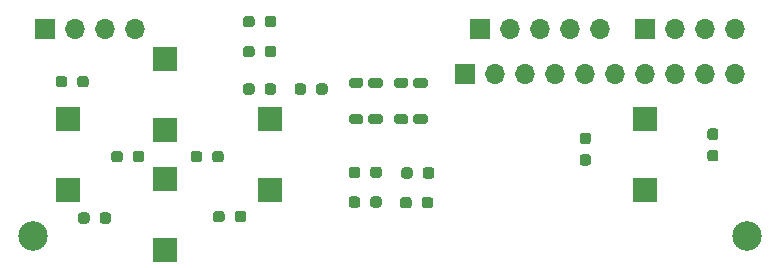
<source format=gbr>
%TF.GenerationSoftware,KiCad,Pcbnew,(5.1.9)-1*%
%TF.CreationDate,2021-11-21T17:51:24+01:00*%
%TF.ProjectId,MemoryBrakout,4d656d6f-7279-4427-9261-6b6f75742e6b,rev?*%
%TF.SameCoordinates,Original*%
%TF.FileFunction,Soldermask,Top*%
%TF.FilePolarity,Negative*%
%FSLAX46Y46*%
G04 Gerber Fmt 4.6, Leading zero omitted, Abs format (unit mm)*
G04 Created by KiCad (PCBNEW (5.1.9)-1) date 2021-11-21 17:51:24*
%MOMM*%
%LPD*%
G01*
G04 APERTURE LIST*
%ADD10R,1.700000X1.700000*%
%ADD11O,1.700000X1.700000*%
%ADD12R,2.000000X2.000000*%
%ADD13C,2.500000*%
G04 APERTURE END LIST*
D10*
%TO.C,J2*%
X189230000Y-95250000D03*
D11*
X191770000Y-95250000D03*
X194310000Y-95250000D03*
X196850000Y-95250000D03*
X199390000Y-95250000D03*
%TD*%
D10*
%TO.C,J3*%
X187960000Y-99060000D03*
D11*
X190500000Y-99060000D03*
X193040000Y-99060000D03*
X195580000Y-99060000D03*
X198120000Y-99060000D03*
X200660000Y-99060000D03*
X203200000Y-99060000D03*
X205740000Y-99060000D03*
X208280000Y-99060000D03*
X210820000Y-99060000D03*
%TD*%
%TO.C,J4*%
X160020000Y-95250000D03*
X157480000Y-95250000D03*
X154940000Y-95250000D03*
D10*
X152400000Y-95250000D03*
%TD*%
%TO.C,J5*%
X203200000Y-95250000D03*
D11*
X205740000Y-95250000D03*
X208280000Y-95250000D03*
X210820000Y-95250000D03*
%TD*%
%TO.C,R2*%
G36*
G01*
X209152500Y-106452000D02*
X208677500Y-106452000D01*
G75*
G02*
X208440000Y-106214500I0J237500D01*
G01*
X208440000Y-105714500D01*
G75*
G02*
X208677500Y-105477000I237500J0D01*
G01*
X209152500Y-105477000D01*
G75*
G02*
X209390000Y-105714500I0J-237500D01*
G01*
X209390000Y-106214500D01*
G75*
G02*
X209152500Y-106452000I-237500J0D01*
G01*
G37*
G36*
G01*
X209152500Y-104627000D02*
X208677500Y-104627000D01*
G75*
G02*
X208440000Y-104389500I0J237500D01*
G01*
X208440000Y-103889500D01*
G75*
G02*
X208677500Y-103652000I237500J0D01*
G01*
X209152500Y-103652000D01*
G75*
G02*
X209390000Y-103889500I0J-237500D01*
G01*
X209390000Y-104389500D01*
G75*
G02*
X209152500Y-104627000I-237500J0D01*
G01*
G37*
%TD*%
%TO.C,R3*%
G36*
G01*
X197882500Y-104010000D02*
X198357500Y-104010000D01*
G75*
G02*
X198595000Y-104247500I0J-237500D01*
G01*
X198595000Y-104747500D01*
G75*
G02*
X198357500Y-104985000I-237500J0D01*
G01*
X197882500Y-104985000D01*
G75*
G02*
X197645000Y-104747500I0J237500D01*
G01*
X197645000Y-104247500D01*
G75*
G02*
X197882500Y-104010000I237500J0D01*
G01*
G37*
G36*
G01*
X197882500Y-105835000D02*
X198357500Y-105835000D01*
G75*
G02*
X198595000Y-106072500I0J-237500D01*
G01*
X198595000Y-106572500D01*
G75*
G02*
X198357500Y-106810000I-237500J0D01*
G01*
X197882500Y-106810000D01*
G75*
G02*
X197645000Y-106572500I0J237500D01*
G01*
X197645000Y-106072500D01*
G75*
G02*
X197882500Y-105835000I237500J0D01*
G01*
G37*
%TD*%
%TO.C,R4*%
G36*
G01*
X170963000Y-97392500D02*
X170963000Y-96917500D01*
G75*
G02*
X171200500Y-96680000I237500J0D01*
G01*
X171700500Y-96680000D01*
G75*
G02*
X171938000Y-96917500I0J-237500D01*
G01*
X171938000Y-97392500D01*
G75*
G02*
X171700500Y-97630000I-237500J0D01*
G01*
X171200500Y-97630000D01*
G75*
G02*
X170963000Y-97392500I0J237500D01*
G01*
G37*
G36*
G01*
X169138000Y-97392500D02*
X169138000Y-96917500D01*
G75*
G02*
X169375500Y-96680000I237500J0D01*
G01*
X169875500Y-96680000D01*
G75*
G02*
X170113000Y-96917500I0J-237500D01*
G01*
X170113000Y-97392500D01*
G75*
G02*
X169875500Y-97630000I-237500J0D01*
G01*
X169375500Y-97630000D01*
G75*
G02*
X169138000Y-97392500I0J237500D01*
G01*
G37*
%TD*%
%TO.C,R5*%
G36*
G01*
X164692000Y-106282500D02*
X164692000Y-105807500D01*
G75*
G02*
X164929500Y-105570000I237500J0D01*
G01*
X165429500Y-105570000D01*
G75*
G02*
X165667000Y-105807500I0J-237500D01*
G01*
X165667000Y-106282500D01*
G75*
G02*
X165429500Y-106520000I-237500J0D01*
G01*
X164929500Y-106520000D01*
G75*
G02*
X164692000Y-106282500I0J237500D01*
G01*
G37*
G36*
G01*
X166517000Y-106282500D02*
X166517000Y-105807500D01*
G75*
G02*
X166754500Y-105570000I237500J0D01*
G01*
X167254500Y-105570000D01*
G75*
G02*
X167492000Y-105807500I0J-237500D01*
G01*
X167492000Y-106282500D01*
G75*
G02*
X167254500Y-106520000I-237500J0D01*
G01*
X166754500Y-106520000D01*
G75*
G02*
X166517000Y-106282500I0J237500D01*
G01*
G37*
%TD*%
%TO.C,R6*%
G36*
G01*
X155087000Y-99932500D02*
X155087000Y-99457500D01*
G75*
G02*
X155324500Y-99220000I237500J0D01*
G01*
X155824500Y-99220000D01*
G75*
G02*
X156062000Y-99457500I0J-237500D01*
G01*
X156062000Y-99932500D01*
G75*
G02*
X155824500Y-100170000I-237500J0D01*
G01*
X155324500Y-100170000D01*
G75*
G02*
X155087000Y-99932500I0J237500D01*
G01*
G37*
G36*
G01*
X153262000Y-99932500D02*
X153262000Y-99457500D01*
G75*
G02*
X153499500Y-99220000I237500J0D01*
G01*
X153999500Y-99220000D01*
G75*
G02*
X154237000Y-99457500I0J-237500D01*
G01*
X154237000Y-99932500D01*
G75*
G02*
X153999500Y-100170000I-237500J0D01*
G01*
X153499500Y-100170000D01*
G75*
G02*
X153262000Y-99932500I0J237500D01*
G01*
G37*
%TD*%
%TO.C,R8*%
G36*
G01*
X157985000Y-106282500D02*
X157985000Y-105807500D01*
G75*
G02*
X158222500Y-105570000I237500J0D01*
G01*
X158722500Y-105570000D01*
G75*
G02*
X158960000Y-105807500I0J-237500D01*
G01*
X158960000Y-106282500D01*
G75*
G02*
X158722500Y-106520000I-237500J0D01*
G01*
X158222500Y-106520000D01*
G75*
G02*
X157985000Y-106282500I0J237500D01*
G01*
G37*
G36*
G01*
X159810000Y-106282500D02*
X159810000Y-105807500D01*
G75*
G02*
X160047500Y-105570000I237500J0D01*
G01*
X160547500Y-105570000D01*
G75*
G02*
X160785000Y-105807500I0J-237500D01*
G01*
X160785000Y-106282500D01*
G75*
G02*
X160547500Y-106520000I-237500J0D01*
G01*
X160047500Y-106520000D01*
G75*
G02*
X159810000Y-106282500I0J237500D01*
G01*
G37*
%TD*%
%TO.C,R9*%
G36*
G01*
X156993000Y-111489500D02*
X156993000Y-111014500D01*
G75*
G02*
X157230500Y-110777000I237500J0D01*
G01*
X157730500Y-110777000D01*
G75*
G02*
X157968000Y-111014500I0J-237500D01*
G01*
X157968000Y-111489500D01*
G75*
G02*
X157730500Y-111727000I-237500J0D01*
G01*
X157230500Y-111727000D01*
G75*
G02*
X156993000Y-111489500I0J237500D01*
G01*
G37*
G36*
G01*
X155168000Y-111489500D02*
X155168000Y-111014500D01*
G75*
G02*
X155405500Y-110777000I237500J0D01*
G01*
X155905500Y-110777000D01*
G75*
G02*
X156143000Y-111014500I0J-237500D01*
G01*
X156143000Y-111489500D01*
G75*
G02*
X155905500Y-111727000I-237500J0D01*
G01*
X155405500Y-111727000D01*
G75*
G02*
X155168000Y-111489500I0J237500D01*
G01*
G37*
%TD*%
%TO.C,R10*%
G36*
G01*
X169138000Y-94852500D02*
X169138000Y-94377500D01*
G75*
G02*
X169375500Y-94140000I237500J0D01*
G01*
X169875500Y-94140000D01*
G75*
G02*
X170113000Y-94377500I0J-237500D01*
G01*
X170113000Y-94852500D01*
G75*
G02*
X169875500Y-95090000I-237500J0D01*
G01*
X169375500Y-95090000D01*
G75*
G02*
X169138000Y-94852500I0J237500D01*
G01*
G37*
G36*
G01*
X170963000Y-94852500D02*
X170963000Y-94377500D01*
G75*
G02*
X171200500Y-94140000I237500J0D01*
G01*
X171700500Y-94140000D01*
G75*
G02*
X171938000Y-94377500I0J-237500D01*
G01*
X171938000Y-94852500D01*
G75*
G02*
X171700500Y-95090000I-237500J0D01*
G01*
X171200500Y-95090000D01*
G75*
G02*
X170963000Y-94852500I0J237500D01*
G01*
G37*
%TD*%
%TO.C,R11*%
G36*
G01*
X173502000Y-100567500D02*
X173502000Y-100092500D01*
G75*
G02*
X173739500Y-99855000I237500J0D01*
G01*
X174239500Y-99855000D01*
G75*
G02*
X174477000Y-100092500I0J-237500D01*
G01*
X174477000Y-100567500D01*
G75*
G02*
X174239500Y-100805000I-237500J0D01*
G01*
X173739500Y-100805000D01*
G75*
G02*
X173502000Y-100567500I0J237500D01*
G01*
G37*
G36*
G01*
X175327000Y-100567500D02*
X175327000Y-100092500D01*
G75*
G02*
X175564500Y-99855000I237500J0D01*
G01*
X176064500Y-99855000D01*
G75*
G02*
X176302000Y-100092500I0J-237500D01*
G01*
X176302000Y-100567500D01*
G75*
G02*
X176064500Y-100805000I-237500J0D01*
G01*
X175564500Y-100805000D01*
G75*
G02*
X175327000Y-100567500I0J237500D01*
G01*
G37*
%TD*%
%TO.C,R12*%
G36*
G01*
X168423000Y-111362500D02*
X168423000Y-110887500D01*
G75*
G02*
X168660500Y-110650000I237500J0D01*
G01*
X169160500Y-110650000D01*
G75*
G02*
X169398000Y-110887500I0J-237500D01*
G01*
X169398000Y-111362500D01*
G75*
G02*
X169160500Y-111600000I-237500J0D01*
G01*
X168660500Y-111600000D01*
G75*
G02*
X168423000Y-111362500I0J237500D01*
G01*
G37*
G36*
G01*
X166598000Y-111362500D02*
X166598000Y-110887500D01*
G75*
G02*
X166835500Y-110650000I237500J0D01*
G01*
X167335500Y-110650000D01*
G75*
G02*
X167573000Y-110887500I0J-237500D01*
G01*
X167573000Y-111362500D01*
G75*
G02*
X167335500Y-111600000I-237500J0D01*
G01*
X166835500Y-111600000D01*
G75*
G02*
X166598000Y-111362500I0J237500D01*
G01*
G37*
%TD*%
%TO.C,R13*%
G36*
G01*
X170963000Y-100567500D02*
X170963000Y-100092500D01*
G75*
G02*
X171200500Y-99855000I237500J0D01*
G01*
X171700500Y-99855000D01*
G75*
G02*
X171938000Y-100092500I0J-237500D01*
G01*
X171938000Y-100567500D01*
G75*
G02*
X171700500Y-100805000I-237500J0D01*
G01*
X171200500Y-100805000D01*
G75*
G02*
X170963000Y-100567500I0J237500D01*
G01*
G37*
G36*
G01*
X169138000Y-100567500D02*
X169138000Y-100092500D01*
G75*
G02*
X169375500Y-99855000I237500J0D01*
G01*
X169875500Y-99855000D01*
G75*
G02*
X170113000Y-100092500I0J-237500D01*
G01*
X170113000Y-100567500D01*
G75*
G02*
X169875500Y-100805000I-237500J0D01*
G01*
X169375500Y-100805000D01*
G75*
G02*
X169138000Y-100567500I0J237500D01*
G01*
G37*
%TD*%
D12*
%TO.C,SW1*%
X203200000Y-108855000D03*
X203200000Y-102855000D03*
%TD*%
%TO.C,SW2*%
X162560000Y-97775000D03*
X162560000Y-103775000D03*
%TD*%
%TO.C,SW3*%
X154305000Y-102855000D03*
X154305000Y-108855000D03*
%TD*%
%TO.C,SW4*%
X162560000Y-113935000D03*
X162560000Y-107935000D03*
%TD*%
%TO.C,SW5*%
X171450000Y-108855000D03*
X171450000Y-102855000D03*
%TD*%
%TO.C,D1*%
G36*
G01*
X178103000Y-100017500D02*
X178103000Y-99592500D01*
G75*
G02*
X178315500Y-99380000I212500J0D01*
G01*
X179115500Y-99380000D01*
G75*
G02*
X179328000Y-99592500I0J-212500D01*
G01*
X179328000Y-100017500D01*
G75*
G02*
X179115500Y-100230000I-212500J0D01*
G01*
X178315500Y-100230000D01*
G75*
G02*
X178103000Y-100017500I0J212500D01*
G01*
G37*
G36*
G01*
X179728000Y-100017500D02*
X179728000Y-99592500D01*
G75*
G02*
X179940500Y-99380000I212500J0D01*
G01*
X180740500Y-99380000D01*
G75*
G02*
X180953000Y-99592500I0J-212500D01*
G01*
X180953000Y-100017500D01*
G75*
G02*
X180740500Y-100230000I-212500J0D01*
G01*
X179940500Y-100230000D01*
G75*
G02*
X179728000Y-100017500I0J212500D01*
G01*
G37*
%TD*%
%TO.C,D2*%
G36*
G01*
X179728000Y-103082500D02*
X179728000Y-102657500D01*
G75*
G02*
X179940500Y-102445000I212500J0D01*
G01*
X180740500Y-102445000D01*
G75*
G02*
X180953000Y-102657500I0J-212500D01*
G01*
X180953000Y-103082500D01*
G75*
G02*
X180740500Y-103295000I-212500J0D01*
G01*
X179940500Y-103295000D01*
G75*
G02*
X179728000Y-103082500I0J212500D01*
G01*
G37*
G36*
G01*
X178103000Y-103082500D02*
X178103000Y-102657500D01*
G75*
G02*
X178315500Y-102445000I212500J0D01*
G01*
X179115500Y-102445000D01*
G75*
G02*
X179328000Y-102657500I0J-212500D01*
G01*
X179328000Y-103082500D01*
G75*
G02*
X179115500Y-103295000I-212500J0D01*
G01*
X178315500Y-103295000D01*
G75*
G02*
X178103000Y-103082500I0J212500D01*
G01*
G37*
%TD*%
%TO.C,D3*%
G36*
G01*
X181913000Y-100017500D02*
X181913000Y-99592500D01*
G75*
G02*
X182125500Y-99380000I212500J0D01*
G01*
X182925500Y-99380000D01*
G75*
G02*
X183138000Y-99592500I0J-212500D01*
G01*
X183138000Y-100017500D01*
G75*
G02*
X182925500Y-100230000I-212500J0D01*
G01*
X182125500Y-100230000D01*
G75*
G02*
X181913000Y-100017500I0J212500D01*
G01*
G37*
G36*
G01*
X183538000Y-100017500D02*
X183538000Y-99592500D01*
G75*
G02*
X183750500Y-99380000I212500J0D01*
G01*
X184550500Y-99380000D01*
G75*
G02*
X184763000Y-99592500I0J-212500D01*
G01*
X184763000Y-100017500D01*
G75*
G02*
X184550500Y-100230000I-212500J0D01*
G01*
X183750500Y-100230000D01*
G75*
G02*
X183538000Y-100017500I0J212500D01*
G01*
G37*
%TD*%
%TO.C,D4*%
G36*
G01*
X183538000Y-103082500D02*
X183538000Y-102657500D01*
G75*
G02*
X183750500Y-102445000I212500J0D01*
G01*
X184550500Y-102445000D01*
G75*
G02*
X184763000Y-102657500I0J-212500D01*
G01*
X184763000Y-103082500D01*
G75*
G02*
X184550500Y-103295000I-212500J0D01*
G01*
X183750500Y-103295000D01*
G75*
G02*
X183538000Y-103082500I0J212500D01*
G01*
G37*
G36*
G01*
X181913000Y-103082500D02*
X181913000Y-102657500D01*
G75*
G02*
X182125500Y-102445000I212500J0D01*
G01*
X182925500Y-102445000D01*
G75*
G02*
X183138000Y-102657500I0J-212500D01*
G01*
X183138000Y-103082500D01*
G75*
G02*
X182925500Y-103295000I-212500J0D01*
G01*
X182125500Y-103295000D01*
G75*
G02*
X181913000Y-103082500I0J212500D01*
G01*
G37*
%TD*%
%TO.C,R14*%
G36*
G01*
X178080000Y-107622500D02*
X178080000Y-107147500D01*
G75*
G02*
X178317500Y-106910000I237500J0D01*
G01*
X178817500Y-106910000D01*
G75*
G02*
X179055000Y-107147500I0J-237500D01*
G01*
X179055000Y-107622500D01*
G75*
G02*
X178817500Y-107860000I-237500J0D01*
G01*
X178317500Y-107860000D01*
G75*
G02*
X178080000Y-107622500I0J237500D01*
G01*
G37*
G36*
G01*
X179905000Y-107622500D02*
X179905000Y-107147500D01*
G75*
G02*
X180142500Y-106910000I237500J0D01*
G01*
X180642500Y-106910000D01*
G75*
G02*
X180880000Y-107147500I0J-237500D01*
G01*
X180880000Y-107622500D01*
G75*
G02*
X180642500Y-107860000I-237500J0D01*
G01*
X180142500Y-107860000D01*
G75*
G02*
X179905000Y-107622500I0J237500D01*
G01*
G37*
%TD*%
%TO.C,R15*%
G36*
G01*
X184355000Y-107672500D02*
X184355000Y-107197500D01*
G75*
G02*
X184592500Y-106960000I237500J0D01*
G01*
X185092500Y-106960000D01*
G75*
G02*
X185330000Y-107197500I0J-237500D01*
G01*
X185330000Y-107672500D01*
G75*
G02*
X185092500Y-107910000I-237500J0D01*
G01*
X184592500Y-107910000D01*
G75*
G02*
X184355000Y-107672500I0J237500D01*
G01*
G37*
G36*
G01*
X182530000Y-107672500D02*
X182530000Y-107197500D01*
G75*
G02*
X182767500Y-106960000I237500J0D01*
G01*
X183267500Y-106960000D01*
G75*
G02*
X183505000Y-107197500I0J-237500D01*
G01*
X183505000Y-107672500D01*
G75*
G02*
X183267500Y-107910000I-237500J0D01*
G01*
X182767500Y-107910000D01*
G75*
G02*
X182530000Y-107672500I0J237500D01*
G01*
G37*
%TD*%
%TO.C,R16*%
G36*
G01*
X178080000Y-110132500D02*
X178080000Y-109657500D01*
G75*
G02*
X178317500Y-109420000I237500J0D01*
G01*
X178817500Y-109420000D01*
G75*
G02*
X179055000Y-109657500I0J-237500D01*
G01*
X179055000Y-110132500D01*
G75*
G02*
X178817500Y-110370000I-237500J0D01*
G01*
X178317500Y-110370000D01*
G75*
G02*
X178080000Y-110132500I0J237500D01*
G01*
G37*
G36*
G01*
X179905000Y-110132500D02*
X179905000Y-109657500D01*
G75*
G02*
X180142500Y-109420000I237500J0D01*
G01*
X180642500Y-109420000D01*
G75*
G02*
X180880000Y-109657500I0J-237500D01*
G01*
X180880000Y-110132500D01*
G75*
G02*
X180642500Y-110370000I-237500J0D01*
G01*
X180142500Y-110370000D01*
G75*
G02*
X179905000Y-110132500I0J237500D01*
G01*
G37*
%TD*%
%TO.C,R17*%
G36*
G01*
X184255000Y-110182500D02*
X184255000Y-109707500D01*
G75*
G02*
X184492500Y-109470000I237500J0D01*
G01*
X184992500Y-109470000D01*
G75*
G02*
X185230000Y-109707500I0J-237500D01*
G01*
X185230000Y-110182500D01*
G75*
G02*
X184992500Y-110420000I-237500J0D01*
G01*
X184492500Y-110420000D01*
G75*
G02*
X184255000Y-110182500I0J237500D01*
G01*
G37*
G36*
G01*
X182430000Y-110182500D02*
X182430000Y-109707500D01*
G75*
G02*
X182667500Y-109470000I237500J0D01*
G01*
X183167500Y-109470000D01*
G75*
G02*
X183405000Y-109707500I0J-237500D01*
G01*
X183405000Y-110182500D01*
G75*
G02*
X183167500Y-110420000I-237500J0D01*
G01*
X182667500Y-110420000D01*
G75*
G02*
X182430000Y-110182500I0J237500D01*
G01*
G37*
%TD*%
D13*
%TO.C,H1*%
X151384000Y-112776000D03*
%TD*%
%TO.C,H2*%
X211836000Y-112776000D03*
%TD*%
M02*

</source>
